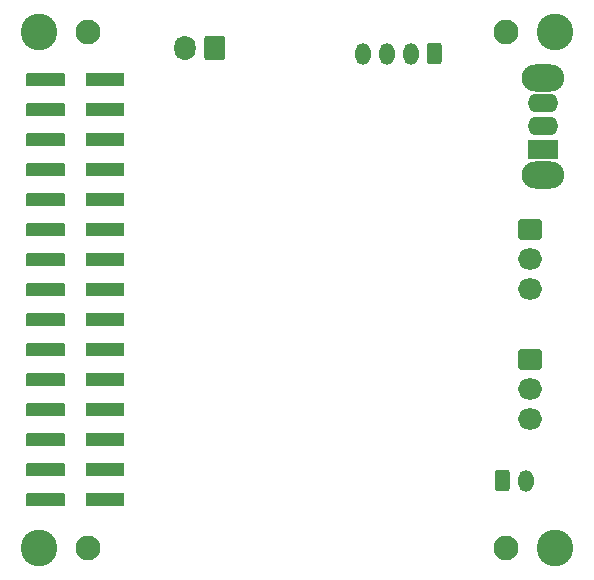
<source format=gbs>
G04 #@! TF.GenerationSoftware,KiCad,Pcbnew,7.0.7-7.0.7~ubuntu23.04.1*
G04 #@! TF.CreationDate,2023-09-19T04:43:27+00:00*
G04 #@! TF.ProjectId,m5-pantilt,6d352d70-616e-4746-996c-742e6b696361,1*
G04 #@! TF.SameCoordinates,Original*
G04 #@! TF.FileFunction,Soldermask,Bot*
G04 #@! TF.FilePolarity,Negative*
%FSLAX46Y46*%
G04 Gerber Fmt 4.6, Leading zero omitted, Abs format (unit mm)*
G04 Created by KiCad (PCBNEW 7.0.7-7.0.7~ubuntu23.04.1) date 2023-09-19 04:43:27*
%MOMM*%
%LPD*%
G01*
G04 APERTURE LIST*
%ADD10C,2.102000*%
%ADD11C,3.102000*%
%ADD12O,1.302000X1.852000*%
%ADD13O,1.802000X2.102000*%
%ADD14O,3.602000X2.302000*%
%ADD15O,2.602000X1.602000*%
%ADD16O,2.052000X1.802000*%
G04 APERTURE END LIST*
D10*
X107300000Y-96850000D03*
D11*
X103150000Y-96850000D03*
D10*
X142700000Y-96850000D03*
D11*
X146850000Y-96850000D03*
D10*
X142700000Y-53150000D03*
D11*
X146850000Y-53150000D03*
D10*
X107300000Y-53150000D03*
D11*
X103150000Y-53150000D03*
G36*
G01*
X137251000Y-54375000D02*
X137251000Y-55625000D01*
G75*
G02*
X136950000Y-55926000I-301000J0D01*
G01*
X136250000Y-55926000D01*
G75*
G02*
X135949000Y-55625000I0J301000D01*
G01*
X135949000Y-54375000D01*
G75*
G02*
X136250000Y-54074000I301000J0D01*
G01*
X136950000Y-54074000D01*
G75*
G02*
X137251000Y-54375000I0J-301000D01*
G01*
G37*
D12*
X134600000Y-55000000D03*
X132600000Y-55000000D03*
X130600000Y-55000000D03*
G36*
G01*
X141699000Y-91775000D02*
X141699000Y-90525000D01*
G75*
G02*
X142000000Y-90224000I301000J0D01*
G01*
X142700000Y-90224000D01*
G75*
G02*
X143001000Y-90525000I0J-301000D01*
G01*
X143001000Y-91775000D01*
G75*
G02*
X142700000Y-92076000I-301000J0D01*
G01*
X142000000Y-92076000D01*
G75*
G02*
X141699000Y-91775000I0J301000D01*
G01*
G37*
X144350000Y-91150000D03*
G36*
G01*
X118901000Y-53775000D02*
X118901000Y-55275000D01*
G75*
G02*
X118600000Y-55576000I-301000J0D01*
G01*
X117400000Y-55576000D01*
G75*
G02*
X117099000Y-55275000I0J301000D01*
G01*
X117099000Y-53775000D01*
G75*
G02*
X117400000Y-53474000I301000J0D01*
G01*
X118600000Y-53474000D01*
G75*
G02*
X118901000Y-53775000I0J-301000D01*
G01*
G37*
D13*
X115500000Y-54525000D03*
D14*
X145800000Y-65250000D03*
X145800000Y-57050000D03*
G36*
G01*
X147050000Y-63951000D02*
X144550000Y-63951000D01*
G75*
G02*
X144499000Y-63900000I0J51000D01*
G01*
X144499000Y-62400000D01*
G75*
G02*
X144550000Y-62349000I51000J0D01*
G01*
X147050000Y-62349000D01*
G75*
G02*
X147101000Y-62400000I0J-51000D01*
G01*
X147101000Y-63900000D01*
G75*
G02*
X147050000Y-63951000I-51000J0D01*
G01*
G37*
D15*
X145800000Y-61150000D03*
X145800000Y-59150000D03*
G36*
G01*
X143975000Y-68999000D02*
X145425000Y-68999000D01*
G75*
G02*
X145726000Y-69300000I0J-301000D01*
G01*
X145726000Y-70500000D01*
G75*
G02*
X145425000Y-70801000I-301000J0D01*
G01*
X143975000Y-70801000D01*
G75*
G02*
X143674000Y-70500000I0J301000D01*
G01*
X143674000Y-69300000D01*
G75*
G02*
X143975000Y-68999000I301000J0D01*
G01*
G37*
D16*
X144700000Y-72400000D03*
X144700000Y-74900000D03*
G36*
G01*
X143975000Y-79999000D02*
X145425000Y-79999000D01*
G75*
G02*
X145726000Y-80300000I0J-301000D01*
G01*
X145726000Y-81500000D01*
G75*
G02*
X145425000Y-81801000I-301000J0D01*
G01*
X143975000Y-81801000D01*
G75*
G02*
X143674000Y-81500000I0J301000D01*
G01*
X143674000Y-80300000D01*
G75*
G02*
X143975000Y-79999000I301000J0D01*
G01*
G37*
X144700000Y-83400000D03*
X144700000Y-85900000D03*
G36*
G01*
X110351000Y-56720000D02*
X110351000Y-57720000D01*
G75*
G02*
X110300000Y-57771000I-51000J0D01*
G01*
X107150000Y-57771000D01*
G75*
G02*
X107099000Y-57720000I0J51000D01*
G01*
X107099000Y-56720000D01*
G75*
G02*
X107150000Y-56669000I51000J0D01*
G01*
X110300000Y-56669000D01*
G75*
G02*
X110351000Y-56720000I0J-51000D01*
G01*
G37*
G36*
G01*
X105301000Y-56720000D02*
X105301000Y-57720000D01*
G75*
G02*
X105250000Y-57771000I-51000J0D01*
G01*
X102100000Y-57771000D01*
G75*
G02*
X102049000Y-57720000I0J51000D01*
G01*
X102049000Y-56720000D01*
G75*
G02*
X102100000Y-56669000I51000J0D01*
G01*
X105250000Y-56669000D01*
G75*
G02*
X105301000Y-56720000I0J-51000D01*
G01*
G37*
G36*
G01*
X110351000Y-59260000D02*
X110351000Y-60260000D01*
G75*
G02*
X110300000Y-60311000I-51000J0D01*
G01*
X107150000Y-60311000D01*
G75*
G02*
X107099000Y-60260000I0J51000D01*
G01*
X107099000Y-59260000D01*
G75*
G02*
X107150000Y-59209000I51000J0D01*
G01*
X110300000Y-59209000D01*
G75*
G02*
X110351000Y-59260000I0J-51000D01*
G01*
G37*
G36*
G01*
X105301000Y-59260000D02*
X105301000Y-60260000D01*
G75*
G02*
X105250000Y-60311000I-51000J0D01*
G01*
X102100000Y-60311000D01*
G75*
G02*
X102049000Y-60260000I0J51000D01*
G01*
X102049000Y-59260000D01*
G75*
G02*
X102100000Y-59209000I51000J0D01*
G01*
X105250000Y-59209000D01*
G75*
G02*
X105301000Y-59260000I0J-51000D01*
G01*
G37*
G36*
G01*
X110351000Y-61800000D02*
X110351000Y-62800000D01*
G75*
G02*
X110300000Y-62851000I-51000J0D01*
G01*
X107150000Y-62851000D01*
G75*
G02*
X107099000Y-62800000I0J51000D01*
G01*
X107099000Y-61800000D01*
G75*
G02*
X107150000Y-61749000I51000J0D01*
G01*
X110300000Y-61749000D01*
G75*
G02*
X110351000Y-61800000I0J-51000D01*
G01*
G37*
G36*
G01*
X105301000Y-61800000D02*
X105301000Y-62800000D01*
G75*
G02*
X105250000Y-62851000I-51000J0D01*
G01*
X102100000Y-62851000D01*
G75*
G02*
X102049000Y-62800000I0J51000D01*
G01*
X102049000Y-61800000D01*
G75*
G02*
X102100000Y-61749000I51000J0D01*
G01*
X105250000Y-61749000D01*
G75*
G02*
X105301000Y-61800000I0J-51000D01*
G01*
G37*
G36*
G01*
X110351000Y-64340000D02*
X110351000Y-65340000D01*
G75*
G02*
X110300000Y-65391000I-51000J0D01*
G01*
X107150000Y-65391000D01*
G75*
G02*
X107099000Y-65340000I0J51000D01*
G01*
X107099000Y-64340000D01*
G75*
G02*
X107150000Y-64289000I51000J0D01*
G01*
X110300000Y-64289000D01*
G75*
G02*
X110351000Y-64340000I0J-51000D01*
G01*
G37*
G36*
G01*
X105301000Y-64340000D02*
X105301000Y-65340000D01*
G75*
G02*
X105250000Y-65391000I-51000J0D01*
G01*
X102100000Y-65391000D01*
G75*
G02*
X102049000Y-65340000I0J51000D01*
G01*
X102049000Y-64340000D01*
G75*
G02*
X102100000Y-64289000I51000J0D01*
G01*
X105250000Y-64289000D01*
G75*
G02*
X105301000Y-64340000I0J-51000D01*
G01*
G37*
G36*
G01*
X110351000Y-66880000D02*
X110351000Y-67880000D01*
G75*
G02*
X110300000Y-67931000I-51000J0D01*
G01*
X107150000Y-67931000D01*
G75*
G02*
X107099000Y-67880000I0J51000D01*
G01*
X107099000Y-66880000D01*
G75*
G02*
X107150000Y-66829000I51000J0D01*
G01*
X110300000Y-66829000D01*
G75*
G02*
X110351000Y-66880000I0J-51000D01*
G01*
G37*
G36*
G01*
X105301000Y-66880000D02*
X105301000Y-67880000D01*
G75*
G02*
X105250000Y-67931000I-51000J0D01*
G01*
X102100000Y-67931000D01*
G75*
G02*
X102049000Y-67880000I0J51000D01*
G01*
X102049000Y-66880000D01*
G75*
G02*
X102100000Y-66829000I51000J0D01*
G01*
X105250000Y-66829000D01*
G75*
G02*
X105301000Y-66880000I0J-51000D01*
G01*
G37*
G36*
G01*
X110351000Y-69420000D02*
X110351000Y-70420000D01*
G75*
G02*
X110300000Y-70471000I-51000J0D01*
G01*
X107150000Y-70471000D01*
G75*
G02*
X107099000Y-70420000I0J51000D01*
G01*
X107099000Y-69420000D01*
G75*
G02*
X107150000Y-69369000I51000J0D01*
G01*
X110300000Y-69369000D01*
G75*
G02*
X110351000Y-69420000I0J-51000D01*
G01*
G37*
G36*
G01*
X105301000Y-69420000D02*
X105301000Y-70420000D01*
G75*
G02*
X105250000Y-70471000I-51000J0D01*
G01*
X102100000Y-70471000D01*
G75*
G02*
X102049000Y-70420000I0J51000D01*
G01*
X102049000Y-69420000D01*
G75*
G02*
X102100000Y-69369000I51000J0D01*
G01*
X105250000Y-69369000D01*
G75*
G02*
X105301000Y-69420000I0J-51000D01*
G01*
G37*
G36*
G01*
X110351000Y-71960000D02*
X110351000Y-72960000D01*
G75*
G02*
X110300000Y-73011000I-51000J0D01*
G01*
X107150000Y-73011000D01*
G75*
G02*
X107099000Y-72960000I0J51000D01*
G01*
X107099000Y-71960000D01*
G75*
G02*
X107150000Y-71909000I51000J0D01*
G01*
X110300000Y-71909000D01*
G75*
G02*
X110351000Y-71960000I0J-51000D01*
G01*
G37*
G36*
G01*
X105301000Y-71960000D02*
X105301000Y-72960000D01*
G75*
G02*
X105250000Y-73011000I-51000J0D01*
G01*
X102100000Y-73011000D01*
G75*
G02*
X102049000Y-72960000I0J51000D01*
G01*
X102049000Y-71960000D01*
G75*
G02*
X102100000Y-71909000I51000J0D01*
G01*
X105250000Y-71909000D01*
G75*
G02*
X105301000Y-71960000I0J-51000D01*
G01*
G37*
G36*
G01*
X110351000Y-74500000D02*
X110351000Y-75500000D01*
G75*
G02*
X110300000Y-75551000I-51000J0D01*
G01*
X107150000Y-75551000D01*
G75*
G02*
X107099000Y-75500000I0J51000D01*
G01*
X107099000Y-74500000D01*
G75*
G02*
X107150000Y-74449000I51000J0D01*
G01*
X110300000Y-74449000D01*
G75*
G02*
X110351000Y-74500000I0J-51000D01*
G01*
G37*
G36*
G01*
X105301000Y-74500000D02*
X105301000Y-75500000D01*
G75*
G02*
X105250000Y-75551000I-51000J0D01*
G01*
X102100000Y-75551000D01*
G75*
G02*
X102049000Y-75500000I0J51000D01*
G01*
X102049000Y-74500000D01*
G75*
G02*
X102100000Y-74449000I51000J0D01*
G01*
X105250000Y-74449000D01*
G75*
G02*
X105301000Y-74500000I0J-51000D01*
G01*
G37*
G36*
G01*
X110351000Y-77040000D02*
X110351000Y-78040000D01*
G75*
G02*
X110300000Y-78091000I-51000J0D01*
G01*
X107150000Y-78091000D01*
G75*
G02*
X107099000Y-78040000I0J51000D01*
G01*
X107099000Y-77040000D01*
G75*
G02*
X107150000Y-76989000I51000J0D01*
G01*
X110300000Y-76989000D01*
G75*
G02*
X110351000Y-77040000I0J-51000D01*
G01*
G37*
G36*
G01*
X105301000Y-77040000D02*
X105301000Y-78040000D01*
G75*
G02*
X105250000Y-78091000I-51000J0D01*
G01*
X102100000Y-78091000D01*
G75*
G02*
X102049000Y-78040000I0J51000D01*
G01*
X102049000Y-77040000D01*
G75*
G02*
X102100000Y-76989000I51000J0D01*
G01*
X105250000Y-76989000D01*
G75*
G02*
X105301000Y-77040000I0J-51000D01*
G01*
G37*
G36*
G01*
X110351000Y-79580000D02*
X110351000Y-80580000D01*
G75*
G02*
X110300000Y-80631000I-51000J0D01*
G01*
X107150000Y-80631000D01*
G75*
G02*
X107099000Y-80580000I0J51000D01*
G01*
X107099000Y-79580000D01*
G75*
G02*
X107150000Y-79529000I51000J0D01*
G01*
X110300000Y-79529000D01*
G75*
G02*
X110351000Y-79580000I0J-51000D01*
G01*
G37*
G36*
G01*
X105301000Y-79580000D02*
X105301000Y-80580000D01*
G75*
G02*
X105250000Y-80631000I-51000J0D01*
G01*
X102100000Y-80631000D01*
G75*
G02*
X102049000Y-80580000I0J51000D01*
G01*
X102049000Y-79580000D01*
G75*
G02*
X102100000Y-79529000I51000J0D01*
G01*
X105250000Y-79529000D01*
G75*
G02*
X105301000Y-79580000I0J-51000D01*
G01*
G37*
G36*
G01*
X110351000Y-82120000D02*
X110351000Y-83120000D01*
G75*
G02*
X110300000Y-83171000I-51000J0D01*
G01*
X107150000Y-83171000D01*
G75*
G02*
X107099000Y-83120000I0J51000D01*
G01*
X107099000Y-82120000D01*
G75*
G02*
X107150000Y-82069000I51000J0D01*
G01*
X110300000Y-82069000D01*
G75*
G02*
X110351000Y-82120000I0J-51000D01*
G01*
G37*
G36*
G01*
X105301000Y-82120000D02*
X105301000Y-83120000D01*
G75*
G02*
X105250000Y-83171000I-51000J0D01*
G01*
X102100000Y-83171000D01*
G75*
G02*
X102049000Y-83120000I0J51000D01*
G01*
X102049000Y-82120000D01*
G75*
G02*
X102100000Y-82069000I51000J0D01*
G01*
X105250000Y-82069000D01*
G75*
G02*
X105301000Y-82120000I0J-51000D01*
G01*
G37*
G36*
G01*
X110351000Y-84660000D02*
X110351000Y-85660000D01*
G75*
G02*
X110300000Y-85711000I-51000J0D01*
G01*
X107150000Y-85711000D01*
G75*
G02*
X107099000Y-85660000I0J51000D01*
G01*
X107099000Y-84660000D01*
G75*
G02*
X107150000Y-84609000I51000J0D01*
G01*
X110300000Y-84609000D01*
G75*
G02*
X110351000Y-84660000I0J-51000D01*
G01*
G37*
G36*
G01*
X105301000Y-84660000D02*
X105301000Y-85660000D01*
G75*
G02*
X105250000Y-85711000I-51000J0D01*
G01*
X102100000Y-85711000D01*
G75*
G02*
X102049000Y-85660000I0J51000D01*
G01*
X102049000Y-84660000D01*
G75*
G02*
X102100000Y-84609000I51000J0D01*
G01*
X105250000Y-84609000D01*
G75*
G02*
X105301000Y-84660000I0J-51000D01*
G01*
G37*
G36*
G01*
X110351000Y-87200000D02*
X110351000Y-88200000D01*
G75*
G02*
X110300000Y-88251000I-51000J0D01*
G01*
X107150000Y-88251000D01*
G75*
G02*
X107099000Y-88200000I0J51000D01*
G01*
X107099000Y-87200000D01*
G75*
G02*
X107150000Y-87149000I51000J0D01*
G01*
X110300000Y-87149000D01*
G75*
G02*
X110351000Y-87200000I0J-51000D01*
G01*
G37*
G36*
G01*
X105301000Y-87200000D02*
X105301000Y-88200000D01*
G75*
G02*
X105250000Y-88251000I-51000J0D01*
G01*
X102100000Y-88251000D01*
G75*
G02*
X102049000Y-88200000I0J51000D01*
G01*
X102049000Y-87200000D01*
G75*
G02*
X102100000Y-87149000I51000J0D01*
G01*
X105250000Y-87149000D01*
G75*
G02*
X105301000Y-87200000I0J-51000D01*
G01*
G37*
G36*
G01*
X110351000Y-89740000D02*
X110351000Y-90740000D01*
G75*
G02*
X110300000Y-90791000I-51000J0D01*
G01*
X107150000Y-90791000D01*
G75*
G02*
X107099000Y-90740000I0J51000D01*
G01*
X107099000Y-89740000D01*
G75*
G02*
X107150000Y-89689000I51000J0D01*
G01*
X110300000Y-89689000D01*
G75*
G02*
X110351000Y-89740000I0J-51000D01*
G01*
G37*
G36*
G01*
X105301000Y-89740000D02*
X105301000Y-90740000D01*
G75*
G02*
X105250000Y-90791000I-51000J0D01*
G01*
X102100000Y-90791000D01*
G75*
G02*
X102049000Y-90740000I0J51000D01*
G01*
X102049000Y-89740000D01*
G75*
G02*
X102100000Y-89689000I51000J0D01*
G01*
X105250000Y-89689000D01*
G75*
G02*
X105301000Y-89740000I0J-51000D01*
G01*
G37*
G36*
G01*
X110351000Y-92280000D02*
X110351000Y-93280000D01*
G75*
G02*
X110300000Y-93331000I-51000J0D01*
G01*
X107150000Y-93331000D01*
G75*
G02*
X107099000Y-93280000I0J51000D01*
G01*
X107099000Y-92280000D01*
G75*
G02*
X107150000Y-92229000I51000J0D01*
G01*
X110300000Y-92229000D01*
G75*
G02*
X110351000Y-92280000I0J-51000D01*
G01*
G37*
G36*
G01*
X105301000Y-92280000D02*
X105301000Y-93280000D01*
G75*
G02*
X105250000Y-93331000I-51000J0D01*
G01*
X102100000Y-93331000D01*
G75*
G02*
X102049000Y-93280000I0J51000D01*
G01*
X102049000Y-92280000D01*
G75*
G02*
X102100000Y-92229000I51000J0D01*
G01*
X105250000Y-92229000D01*
G75*
G02*
X105301000Y-92280000I0J-51000D01*
G01*
G37*
M02*

</source>
